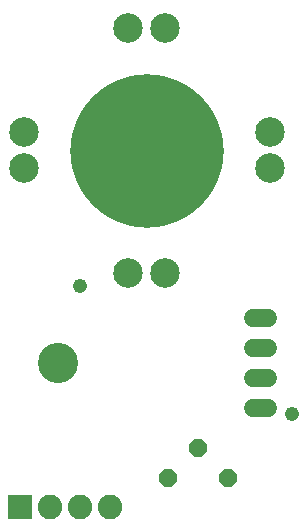
<source format=gts>
G75*
G70*
%OFA0B0*%
%FSLAX24Y24*%
%IPPOS*%
%LPD*%
%AMOC8*
5,1,8,0,0,1.08239X$1,22.5*
%
%ADD10OC8,0.0600*%
%ADD11R,0.0820X0.0820*%
%ADD12C,0.0820*%
%ADD13C,0.1340*%
%ADD14C,0.0595*%
%ADD15C,0.5119*%
%ADD16C,0.0986*%
%ADD17C,0.0476*%
D10*
X005836Y001868D03*
X006836Y002868D03*
X007836Y001868D03*
D11*
X000895Y000895D03*
D12*
X001895Y000895D03*
X002895Y000895D03*
X003895Y000895D03*
D13*
X002187Y005691D03*
D14*
X008661Y006191D02*
X009176Y006191D01*
X009176Y007191D02*
X008661Y007191D01*
X008661Y005191D02*
X009176Y005191D01*
X009176Y004191D02*
X008661Y004191D01*
D15*
X005139Y012777D03*
D16*
X005730Y008683D03*
X004509Y008683D03*
X001045Y012187D03*
X001045Y013407D03*
X004509Y016872D03*
X005730Y016872D03*
X009234Y013407D03*
X009234Y012187D03*
D17*
X009982Y003998D03*
X002895Y008250D03*
M02*

</source>
